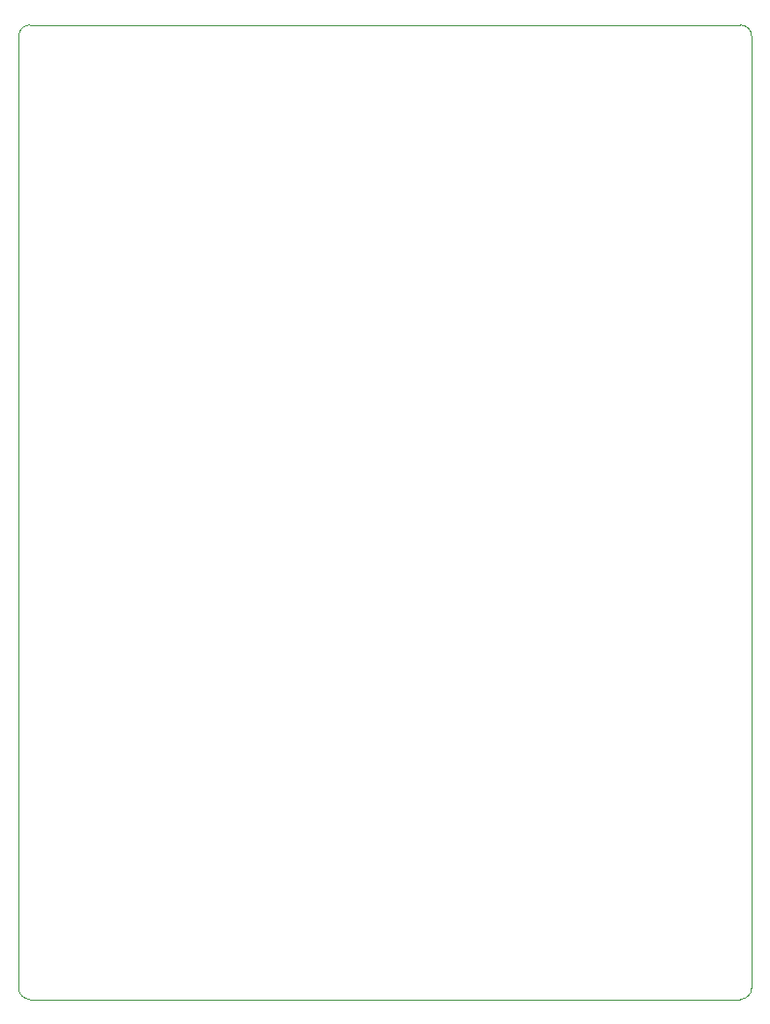
<source format=gm1>
G04 #@! TF.GenerationSoftware,KiCad,Pcbnew,9.0.3*
G04 #@! TF.CreationDate,2026-02-04T16:51:12-05:00*
G04 #@! TF.ProjectId,ControlBoard_v1,436f6e74-726f-46c4-926f-6172645f7631,rev?*
G04 #@! TF.SameCoordinates,Original*
G04 #@! TF.FileFunction,Profile,NP*
%FSLAX46Y46*%
G04 Gerber Fmt 4.6, Leading zero omitted, Abs format (unit mm)*
G04 Created by KiCad (PCBNEW 9.0.3) date 2026-02-04 16:51:12*
%MOMM*%
%LPD*%
G01*
G04 APERTURE LIST*
G04 #@! TA.AperFunction,Profile*
%ADD10C,0.050000*%
G04 #@! TD*
G04 APERTURE END LIST*
D10*
X155780000Y-124116000D02*
G75*
G02*
X154780000Y-123116000I0J1000000D01*
G01*
X218780000Y-123116000D02*
G75*
G02*
X217780000Y-124116000I-1000000J0D01*
G01*
X154780000Y-123116000D02*
X154780000Y-40116000D01*
X155780000Y-39116000D02*
X217780000Y-39116000D01*
X217780000Y-39116000D02*
G75*
G02*
X218780000Y-40116000I0J-1000000D01*
G01*
X154780000Y-40116000D02*
G75*
G02*
X155780000Y-39116000I1000000J0D01*
G01*
X155780000Y-124116000D02*
X217780000Y-124116000D01*
X218780000Y-40116000D02*
X218780000Y-123116000D01*
M02*

</source>
